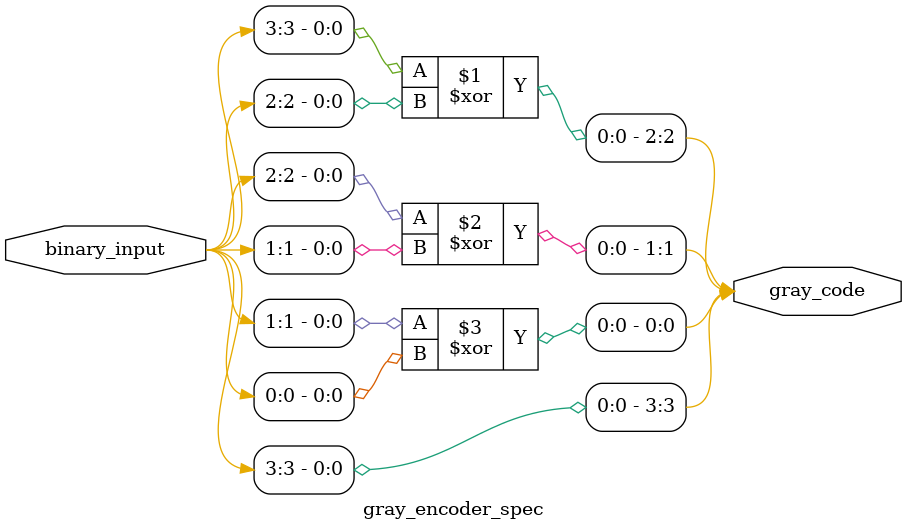
<source format=v>
module gray_encoder_spec(input [3:0] binary_input, output [3:0] gray_code);

  // MSB gray_code is the same as MSB binary_input
  assign gray_code[3] = binary_input[3];

  // Following bits are computed using XOR of consecutive bits
  assign gray_code[2] = binary_input[3] ^ binary_input[2];
  assign gray_code[1] = binary_input[2] ^ binary_input[1];
  assign gray_code[0] = binary_input[1] ^ binary_input[0];

endmodule

</source>
